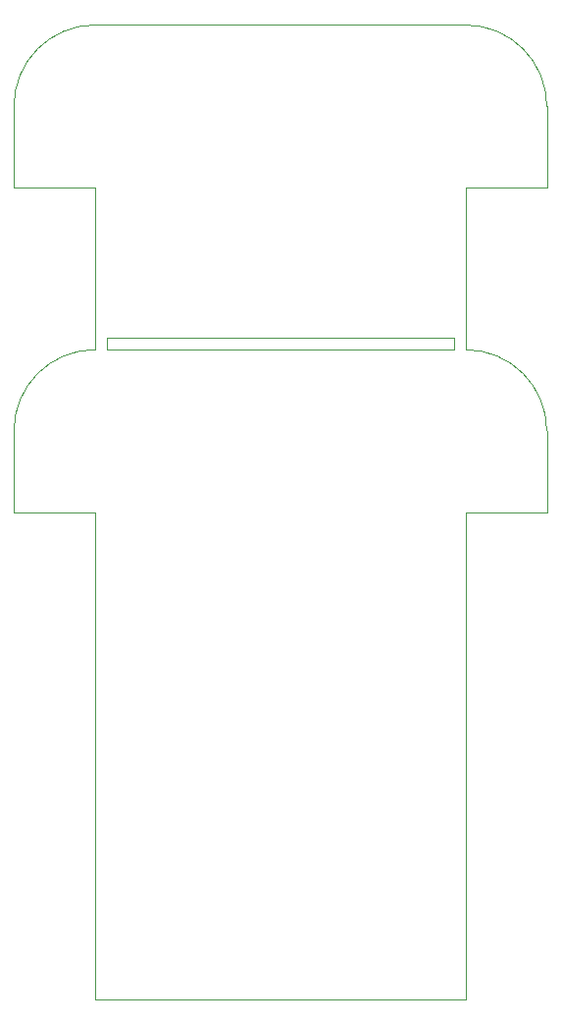
<source format=gbr>
%TF.GenerationSoftware,KiCad,Pcbnew,7.0.9*%
%TF.CreationDate,2024-01-17T13:02:16-08:00*%
%TF.ProjectId,micromouse,6d696372-6f6d-46f7-9573-652e6b696361,rev?*%
%TF.SameCoordinates,Original*%
%TF.FileFunction,Profile,NP*%
%FSLAX46Y46*%
G04 Gerber Fmt 4.6, Leading zero omitted, Abs format (unit mm)*
G04 Created by KiCad (PCBNEW 7.0.9) date 2024-01-17 13:02:16*
%MOMM*%
%LPD*%
G01*
G04 APERTURE LIST*
%TA.AperFunction,Profile*%
%ADD10C,0.100000*%
%TD*%
G04 APERTURE END LIST*
D10*
X169999999Y-64000001D02*
G75*
G03*
X163000001Y-57000001I-6999999J1D01*
G01*
X130999999Y-56999999D02*
X163000001Y-57000001D01*
X124000000Y-71000001D02*
X123999999Y-63999999D01*
X132000000Y-84000000D02*
X132000000Y-85000000D01*
X162000000Y-84000000D02*
X132000000Y-84000000D01*
X130999998Y-84999998D02*
G75*
G03*
X123999998Y-91999998I2J-7000002D01*
G01*
X163000000Y-85000000D02*
X163000000Y-71000001D01*
X124000000Y-99000000D02*
X131000000Y-99000000D01*
X124000000Y-71000001D02*
X131000000Y-71000001D01*
X131000000Y-141000000D02*
X163000000Y-141000000D01*
X162000000Y-84000000D02*
X162000000Y-85000000D01*
X131000000Y-141000000D02*
X131000000Y-99000000D01*
X170000000Y-99000000D02*
X170000000Y-92000000D01*
X170000000Y-71000001D02*
X170000001Y-64000001D01*
X131000000Y-71000001D02*
X130999998Y-84999998D01*
X170000000Y-99000000D02*
X163000000Y-99000000D01*
X163000000Y-99000000D02*
X163000000Y-141000000D01*
X124000000Y-99000000D02*
X123999998Y-91999998D01*
X170000000Y-92000000D02*
G75*
G03*
X163000000Y-85000000I-7000000J0D01*
G01*
X170000000Y-71000001D02*
X163000000Y-71000001D01*
X130999999Y-56999999D02*
G75*
G03*
X123999999Y-63999999I1J-7000001D01*
G01*
X132000000Y-84999998D02*
X162000000Y-85000000D01*
M02*

</source>
